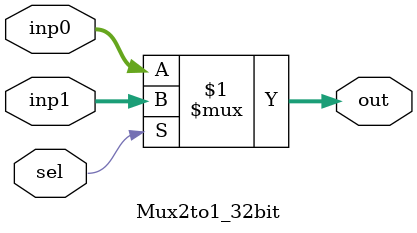
<source format=v>
module Mux2to1_32bit (inp0, inp1, sel, out);
input [31:0] inp0;
input [31:0] inp1;
input sel;
output [31:0] out;

	assign out = sel? inp1 : inp0;
endmodule

</source>
